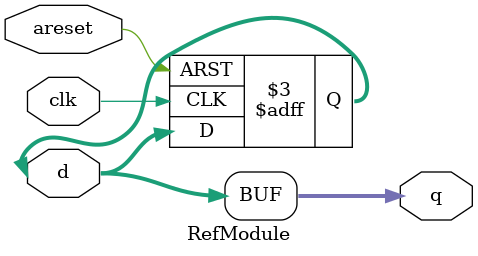
<source format=sv>

module RefModule (
  input clk,
  input [7:0] d,
  input areset,
  output reg [7:0] q
);

  always @(posedge clk, posedge areset)
    if (areset)
      q <= 0;
    always
      q <= d;

endmodule


</source>
